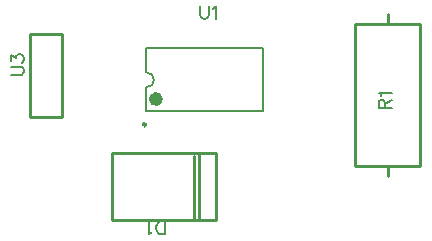
<source format=gto>
G04 Layer: TopSilkscreenLayer*
G04 EasyEDA v6.5.39, 2023-12-18 19:06:56*
G04 b3e2410d46ed40f7919fa36850a0afc5,10*
G04 Gerber Generator version 0.2*
G04 Scale: 100 percent, Rotated: No, Reflected: No *
G04 Dimensions in millimeters *
G04 leading zeros omitted , absolute positions ,4 integer and 5 decimal *
%FSLAX45Y45*%
%MOMM*%

%ADD10C,0.1524*%
%ADD11C,0.2540*%
%ADD12C,0.2000*%
%ADD13C,0.2500*%
%ADD14C,0.6000*%

%LPD*%
D10*
X2088591Y1649984D02*
G01*
X2088591Y1758950D01*
X2088591Y1649984D02*
G01*
X2052269Y1649984D01*
X2036521Y1655063D01*
X2026361Y1665478D01*
X2021027Y1675892D01*
X2015947Y1691639D01*
X2015947Y1717547D01*
X2021027Y1733042D01*
X2026361Y1743455D01*
X2036521Y1753870D01*
X2052269Y1758950D01*
X2088591Y1758950D01*
X1981657Y1670812D02*
G01*
X1971243Y1665478D01*
X1955495Y1649984D01*
X1955495Y1758950D01*
X3897884Y2717800D02*
G01*
X4006850Y2717800D01*
X3897884Y2717800D02*
G01*
X3897884Y2764536D01*
X3902963Y2780029D01*
X3908297Y2785363D01*
X3918711Y2790444D01*
X3929125Y2790444D01*
X3939540Y2785363D01*
X3944620Y2780029D01*
X3949700Y2764536D01*
X3949700Y2717800D01*
X3949700Y2754121D02*
G01*
X4006850Y2790444D01*
X3918711Y2824734D02*
G01*
X3913377Y2835147D01*
X3897884Y2850895D01*
X4006850Y2850895D01*
X2387600Y3582415D02*
G01*
X2387600Y3504437D01*
X2392679Y3488944D01*
X2403093Y3478529D01*
X2418841Y3473450D01*
X2429256Y3473450D01*
X2444750Y3478529D01*
X2455163Y3488944D01*
X2460243Y3504437D01*
X2460243Y3582415D01*
X2494534Y3561587D02*
G01*
X2504947Y3566921D01*
X2520695Y3582415D01*
X2520695Y3473450D01*
X786384Y2997187D02*
G01*
X864362Y2997187D01*
X879855Y3002267D01*
X890270Y3012681D01*
X895350Y3028429D01*
X895350Y3038843D01*
X890270Y3054337D01*
X879855Y3064751D01*
X864362Y3069831D01*
X786384Y3069831D01*
X786384Y3114535D02*
G01*
X786384Y3171685D01*
X828039Y3140697D01*
X828039Y3156191D01*
X833120Y3166605D01*
X838200Y3171685D01*
X853947Y3177019D01*
X864362Y3177019D01*
X879855Y3171685D01*
X890270Y3161271D01*
X895350Y3145777D01*
X895350Y3130283D01*
X890270Y3114535D01*
X885189Y3109455D01*
X874776Y3104121D01*
D11*
X2522799Y1772401D02*
G01*
X1642800Y1772401D01*
X1642800Y2342400D01*
X2522799Y2342400D01*
X2522799Y1772401D01*
X2373028Y1787400D02*
G01*
X2373028Y2327399D01*
X2332388Y1787400D02*
G01*
X2332388Y2311400D01*
X3975582Y2232101D02*
G01*
X3975582Y2145212D01*
X3975582Y3432098D02*
G01*
X3975582Y3518987D01*
X4250100Y3432098D02*
G01*
X4250100Y2232101D01*
X3700099Y2232101D02*
G01*
X4250100Y2232101D01*
X3700099Y3432098D02*
G01*
X4250100Y3432098D01*
X3700099Y2232101D02*
G01*
X3700099Y3432098D01*
D12*
X1931700Y3023100D02*
G01*
X1931670Y3022600D01*
X1931670Y3224021D01*
X2921761Y3224021D01*
X2921761Y2694178D01*
X1931670Y2694178D01*
X1931670Y2895600D01*
X1931700Y2895099D01*
D11*
X944501Y2647187D02*
G01*
X1214501Y2647187D01*
X944498Y3347186D02*
G01*
X1214498Y3347186D01*
X1214498Y3347186D02*
G01*
X1214501Y2647187D01*
X944501Y2647187D02*
G01*
X944498Y3347186D01*
D12*
G75*
G01*
X1931700Y2895100D02*
G03*
X1931700Y3022100I0J63500D01*
D13*
G75*
G01*
X1902206Y2578100D02*
G03*
X1902206Y2578354I12499J127D01*
D14*
G75*
G01*
X1980692Y2794000D02*
G03*
X1980692Y2794508I29999J254D01*
M02*

</source>
